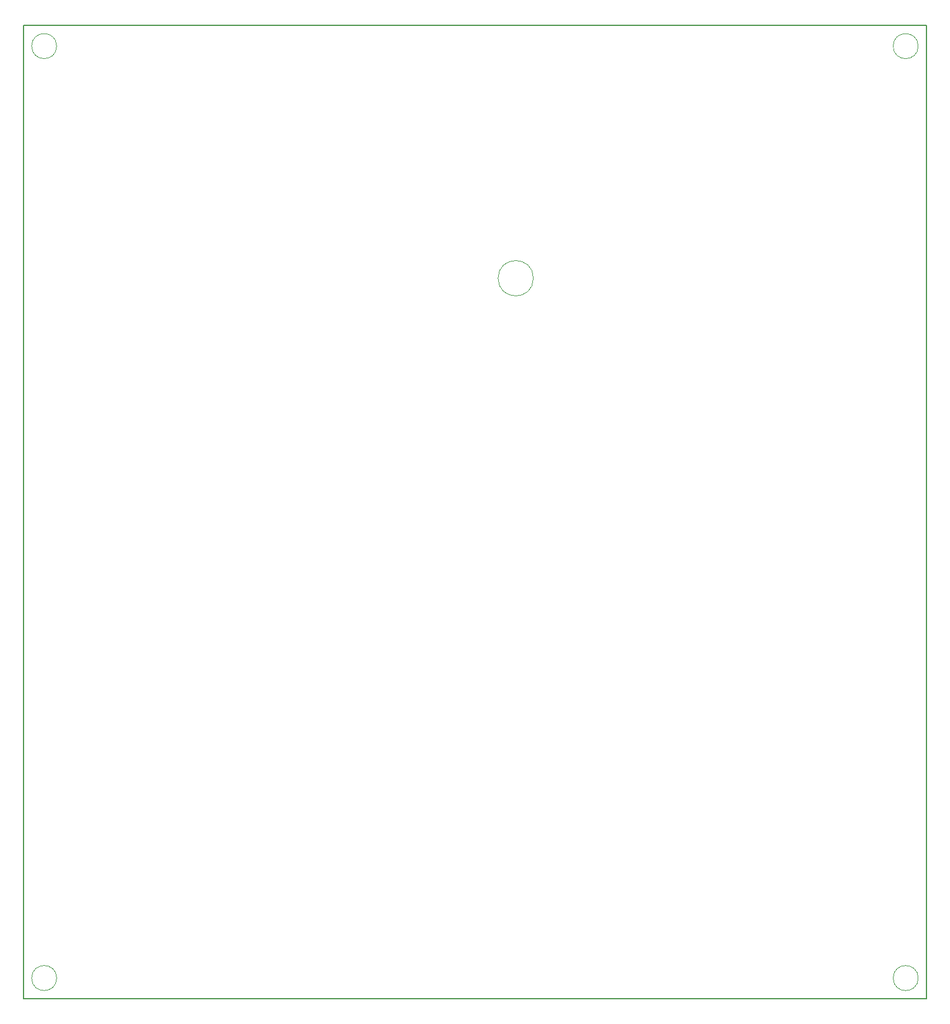
<source format=gbr>
%TF.GenerationSoftware,KiCad,Pcbnew,8.0.5*%
%TF.CreationDate,2025-07-18T11:17:56+03:00*%
%TF.ProjectId,Main_STM_box,4d61696e-5f53-4544-9d5f-626f782e6b69,rev?*%
%TF.SameCoordinates,Original*%
%TF.FileFunction,Profile,NP*%
%FSLAX46Y46*%
G04 Gerber Fmt 4.6, Leading zero omitted, Abs format (unit mm)*
G04 Created by KiCad (PCBNEW 8.0.5) date 2025-07-18 11:17:56*
%MOMM*%
%LPD*%
G01*
G04 APERTURE LIST*
%TA.AperFunction,Profile*%
%ADD10C,0.100000*%
%TD*%
%TA.AperFunction,Profile*%
%ADD11C,0.200000*%
%TD*%
G04 APERTURE END LIST*
D10*
X161300000Y-38000000D02*
G75*
G02*
X157700000Y-38000000I-1800000J0D01*
G01*
X157700000Y-38000000D02*
G75*
G02*
X161300000Y-38000000I1800000J0D01*
G01*
X37300000Y-172000000D02*
G75*
G02*
X33700000Y-172000000I-1800000J0D01*
G01*
X33700000Y-172000000D02*
G75*
G02*
X37300000Y-172000000I1800000J0D01*
G01*
D11*
X32500000Y-35000000D02*
X162500000Y-35000000D01*
X162500000Y-175000000D01*
X32500000Y-175000000D01*
X32500000Y-35000000D01*
D10*
X105918000Y-71374000D02*
G75*
G02*
X100838000Y-71374000I-2540000J0D01*
G01*
X100838000Y-71374000D02*
G75*
G02*
X105918000Y-71374000I2540000J0D01*
G01*
X161300000Y-172000000D02*
G75*
G02*
X157700000Y-172000000I-1800000J0D01*
G01*
X157700000Y-172000000D02*
G75*
G02*
X161300000Y-172000000I1800000J0D01*
G01*
X37300000Y-38000000D02*
G75*
G02*
X33700000Y-38000000I-1800000J0D01*
G01*
X33700000Y-38000000D02*
G75*
G02*
X37300000Y-38000000I1800000J0D01*
G01*
M02*

</source>
